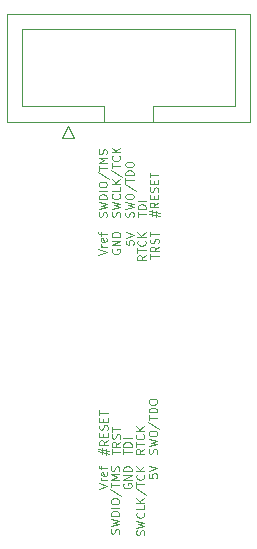
<source format=gbr>
%TF.GenerationSoftware,KiCad,Pcbnew,9.0.2*%
%TF.CreationDate,2026-01-15T08:15:22+01:00*%
%TF.ProjectId,Needle,4e656564-6c65-42e6-9b69-6361645f7063,rev?*%
%TF.SameCoordinates,Original*%
%TF.FileFunction,Legend,Top*%
%TF.FilePolarity,Positive*%
%FSLAX46Y46*%
G04 Gerber Fmt 4.6, Leading zero omitted, Abs format (unit mm)*
G04 Created by KiCad (PCBNEW 9.0.2) date 2026-01-15 08:15:22*
%MOMM*%
%LPD*%
G01*
G04 APERTURE LIST*
%ADD10C,0.125000*%
%ADD11C,0.120000*%
G04 APERTURE END LIST*
D10*
X138747833Y-83187764D02*
X138747833Y-83521097D01*
X138747833Y-83521097D02*
X139081166Y-83554430D01*
X139081166Y-83554430D02*
X139047833Y-83521097D01*
X139047833Y-83521097D02*
X139014500Y-83454430D01*
X139014500Y-83454430D02*
X139014500Y-83287764D01*
X139014500Y-83287764D02*
X139047833Y-83221097D01*
X139047833Y-83221097D02*
X139081166Y-83187764D01*
X139081166Y-83187764D02*
X139147833Y-83154430D01*
X139147833Y-83154430D02*
X139314500Y-83154430D01*
X139314500Y-83154430D02*
X139381166Y-83187764D01*
X139381166Y-83187764D02*
X139414500Y-83221097D01*
X139414500Y-83221097D02*
X139447833Y-83287764D01*
X139447833Y-83287764D02*
X139447833Y-83454430D01*
X139447833Y-83454430D02*
X139414500Y-83521097D01*
X139414500Y-83521097D02*
X139381166Y-83554430D01*
X138747833Y-82954430D02*
X139447833Y-82721097D01*
X139447833Y-82721097D02*
X138747833Y-82487763D01*
X137424500Y-61404430D02*
X137457833Y-61304430D01*
X137457833Y-61304430D02*
X137457833Y-61137764D01*
X137457833Y-61137764D02*
X137424500Y-61071097D01*
X137424500Y-61071097D02*
X137391166Y-61037764D01*
X137391166Y-61037764D02*
X137324500Y-61004430D01*
X137324500Y-61004430D02*
X137257833Y-61004430D01*
X137257833Y-61004430D02*
X137191166Y-61037764D01*
X137191166Y-61037764D02*
X137157833Y-61071097D01*
X137157833Y-61071097D02*
X137124500Y-61137764D01*
X137124500Y-61137764D02*
X137091166Y-61271097D01*
X137091166Y-61271097D02*
X137057833Y-61337764D01*
X137057833Y-61337764D02*
X137024500Y-61371097D01*
X137024500Y-61371097D02*
X136957833Y-61404430D01*
X136957833Y-61404430D02*
X136891166Y-61404430D01*
X136891166Y-61404430D02*
X136824500Y-61371097D01*
X136824500Y-61371097D02*
X136791166Y-61337764D01*
X136791166Y-61337764D02*
X136757833Y-61271097D01*
X136757833Y-61271097D02*
X136757833Y-61104430D01*
X136757833Y-61104430D02*
X136791166Y-61004430D01*
X136757833Y-60771097D02*
X137457833Y-60604430D01*
X137457833Y-60604430D02*
X136957833Y-60471097D01*
X136957833Y-60471097D02*
X137457833Y-60337763D01*
X137457833Y-60337763D02*
X136757833Y-60171097D01*
X136757833Y-59771097D02*
X136757833Y-59637763D01*
X136757833Y-59637763D02*
X136791166Y-59571097D01*
X136791166Y-59571097D02*
X136857833Y-59504430D01*
X136857833Y-59504430D02*
X136991166Y-59471097D01*
X136991166Y-59471097D02*
X137224500Y-59471097D01*
X137224500Y-59471097D02*
X137357833Y-59504430D01*
X137357833Y-59504430D02*
X137424500Y-59571097D01*
X137424500Y-59571097D02*
X137457833Y-59637763D01*
X137457833Y-59637763D02*
X137457833Y-59771097D01*
X137457833Y-59771097D02*
X137424500Y-59837763D01*
X137424500Y-59837763D02*
X137357833Y-59904430D01*
X137357833Y-59904430D02*
X137224500Y-59937763D01*
X137224500Y-59937763D02*
X136991166Y-59937763D01*
X136991166Y-59937763D02*
X136857833Y-59904430D01*
X136857833Y-59904430D02*
X136791166Y-59837763D01*
X136791166Y-59837763D02*
X136757833Y-59771097D01*
X136724500Y-58671097D02*
X137624500Y-59271097D01*
X136757833Y-58537764D02*
X136757833Y-58137764D01*
X137457833Y-58337764D02*
X136757833Y-58337764D01*
X137457833Y-57904431D02*
X136757833Y-57904431D01*
X136757833Y-57904431D02*
X136757833Y-57737764D01*
X136757833Y-57737764D02*
X136791166Y-57637764D01*
X136791166Y-57637764D02*
X136857833Y-57571098D01*
X136857833Y-57571098D02*
X136924500Y-57537764D01*
X136924500Y-57537764D02*
X137057833Y-57504431D01*
X137057833Y-57504431D02*
X137157833Y-57504431D01*
X137157833Y-57504431D02*
X137291166Y-57537764D01*
X137291166Y-57537764D02*
X137357833Y-57571098D01*
X137357833Y-57571098D02*
X137424500Y-57637764D01*
X137424500Y-57637764D02*
X137457833Y-57737764D01*
X137457833Y-57737764D02*
X137457833Y-57904431D01*
X136757833Y-57071098D02*
X136757833Y-56937764D01*
X136757833Y-56937764D02*
X136791166Y-56871098D01*
X136791166Y-56871098D02*
X136857833Y-56804431D01*
X136857833Y-56804431D02*
X136991166Y-56771098D01*
X136991166Y-56771098D02*
X137224500Y-56771098D01*
X137224500Y-56771098D02*
X137357833Y-56804431D01*
X137357833Y-56804431D02*
X137424500Y-56871098D01*
X137424500Y-56871098D02*
X137457833Y-56937764D01*
X137457833Y-56937764D02*
X137457833Y-57071098D01*
X137457833Y-57071098D02*
X137424500Y-57137764D01*
X137424500Y-57137764D02*
X137357833Y-57204431D01*
X137357833Y-57204431D02*
X137224500Y-57237764D01*
X137224500Y-57237764D02*
X136991166Y-57237764D01*
X136991166Y-57237764D02*
X136857833Y-57204431D01*
X136857833Y-57204431D02*
X136791166Y-57137764D01*
X136791166Y-57137764D02*
X136757833Y-57071098D01*
X135641166Y-64174430D02*
X135607833Y-64241097D01*
X135607833Y-64241097D02*
X135607833Y-64341097D01*
X135607833Y-64341097D02*
X135641166Y-64441097D01*
X135641166Y-64441097D02*
X135707833Y-64507764D01*
X135707833Y-64507764D02*
X135774500Y-64541097D01*
X135774500Y-64541097D02*
X135907833Y-64574430D01*
X135907833Y-64574430D02*
X136007833Y-64574430D01*
X136007833Y-64574430D02*
X136141166Y-64541097D01*
X136141166Y-64541097D02*
X136207833Y-64507764D01*
X136207833Y-64507764D02*
X136274500Y-64441097D01*
X136274500Y-64441097D02*
X136307833Y-64341097D01*
X136307833Y-64341097D02*
X136307833Y-64274430D01*
X136307833Y-64274430D02*
X136274500Y-64174430D01*
X136274500Y-64174430D02*
X136241166Y-64141097D01*
X136241166Y-64141097D02*
X136007833Y-64141097D01*
X136007833Y-64141097D02*
X136007833Y-64274430D01*
X136307833Y-63841097D02*
X135607833Y-63841097D01*
X135607833Y-63841097D02*
X136307833Y-63441097D01*
X136307833Y-63441097D02*
X135607833Y-63441097D01*
X136307833Y-63107764D02*
X135607833Y-63107764D01*
X135607833Y-63107764D02*
X135607833Y-62941097D01*
X135607833Y-62941097D02*
X135641166Y-62841097D01*
X135641166Y-62841097D02*
X135707833Y-62774431D01*
X135707833Y-62774431D02*
X135774500Y-62741097D01*
X135774500Y-62741097D02*
X135907833Y-62707764D01*
X135907833Y-62707764D02*
X136007833Y-62707764D01*
X136007833Y-62707764D02*
X136141166Y-62741097D01*
X136141166Y-62741097D02*
X136207833Y-62774431D01*
X136207833Y-62774431D02*
X136274500Y-62841097D01*
X136274500Y-62841097D02*
X136307833Y-62941097D01*
X136307833Y-62941097D02*
X136307833Y-63107764D01*
X134467833Y-64651097D02*
X135167833Y-64417764D01*
X135167833Y-64417764D02*
X134467833Y-64184430D01*
X135167833Y-63951097D02*
X134701166Y-63951097D01*
X134834500Y-63951097D02*
X134767833Y-63917764D01*
X134767833Y-63917764D02*
X134734500Y-63884430D01*
X134734500Y-63884430D02*
X134701166Y-63817764D01*
X134701166Y-63817764D02*
X134701166Y-63751097D01*
X135134500Y-63251097D02*
X135167833Y-63317764D01*
X135167833Y-63317764D02*
X135167833Y-63451097D01*
X135167833Y-63451097D02*
X135134500Y-63517764D01*
X135134500Y-63517764D02*
X135067833Y-63551097D01*
X135067833Y-63551097D02*
X134801166Y-63551097D01*
X134801166Y-63551097D02*
X134734500Y-63517764D01*
X134734500Y-63517764D02*
X134701166Y-63451097D01*
X134701166Y-63451097D02*
X134701166Y-63317764D01*
X134701166Y-63317764D02*
X134734500Y-63251097D01*
X134734500Y-63251097D02*
X134801166Y-63217764D01*
X134801166Y-63217764D02*
X134867833Y-63217764D01*
X134867833Y-63217764D02*
X134934500Y-63551097D01*
X134701166Y-63017764D02*
X134701166Y-62751097D01*
X135167833Y-62917764D02*
X134567833Y-62917764D01*
X134567833Y-62917764D02*
X134501166Y-62884431D01*
X134501166Y-62884431D02*
X134467833Y-62817764D01*
X134467833Y-62817764D02*
X134467833Y-62751097D01*
X138334500Y-88384430D02*
X138367833Y-88284430D01*
X138367833Y-88284430D02*
X138367833Y-88117764D01*
X138367833Y-88117764D02*
X138334500Y-88051097D01*
X138334500Y-88051097D02*
X138301166Y-88017764D01*
X138301166Y-88017764D02*
X138234500Y-87984430D01*
X138234500Y-87984430D02*
X138167833Y-87984430D01*
X138167833Y-87984430D02*
X138101166Y-88017764D01*
X138101166Y-88017764D02*
X138067833Y-88051097D01*
X138067833Y-88051097D02*
X138034500Y-88117764D01*
X138034500Y-88117764D02*
X138001166Y-88251097D01*
X138001166Y-88251097D02*
X137967833Y-88317764D01*
X137967833Y-88317764D02*
X137934500Y-88351097D01*
X137934500Y-88351097D02*
X137867833Y-88384430D01*
X137867833Y-88384430D02*
X137801166Y-88384430D01*
X137801166Y-88384430D02*
X137734500Y-88351097D01*
X137734500Y-88351097D02*
X137701166Y-88317764D01*
X137701166Y-88317764D02*
X137667833Y-88251097D01*
X137667833Y-88251097D02*
X137667833Y-88084430D01*
X137667833Y-88084430D02*
X137701166Y-87984430D01*
X137667833Y-87751097D02*
X138367833Y-87584430D01*
X138367833Y-87584430D02*
X137867833Y-87451097D01*
X137867833Y-87451097D02*
X138367833Y-87317763D01*
X138367833Y-87317763D02*
X137667833Y-87151097D01*
X138301166Y-86484430D02*
X138334500Y-86517763D01*
X138334500Y-86517763D02*
X138367833Y-86617763D01*
X138367833Y-86617763D02*
X138367833Y-86684430D01*
X138367833Y-86684430D02*
X138334500Y-86784430D01*
X138334500Y-86784430D02*
X138267833Y-86851097D01*
X138267833Y-86851097D02*
X138201166Y-86884430D01*
X138201166Y-86884430D02*
X138067833Y-86917763D01*
X138067833Y-86917763D02*
X137967833Y-86917763D01*
X137967833Y-86917763D02*
X137834500Y-86884430D01*
X137834500Y-86884430D02*
X137767833Y-86851097D01*
X137767833Y-86851097D02*
X137701166Y-86784430D01*
X137701166Y-86784430D02*
X137667833Y-86684430D01*
X137667833Y-86684430D02*
X137667833Y-86617763D01*
X137667833Y-86617763D02*
X137701166Y-86517763D01*
X137701166Y-86517763D02*
X137734500Y-86484430D01*
X138367833Y-85851097D02*
X138367833Y-86184430D01*
X138367833Y-86184430D02*
X137667833Y-86184430D01*
X138367833Y-85617763D02*
X137667833Y-85617763D01*
X138367833Y-85217763D02*
X137967833Y-85517763D01*
X137667833Y-85217763D02*
X138067833Y-85617763D01*
X137634500Y-84417763D02*
X138534500Y-85017763D01*
X137667833Y-84284430D02*
X137667833Y-83884430D01*
X138367833Y-84084430D02*
X137667833Y-84084430D01*
X138301166Y-83251097D02*
X138334500Y-83284430D01*
X138334500Y-83284430D02*
X138367833Y-83384430D01*
X138367833Y-83384430D02*
X138367833Y-83451097D01*
X138367833Y-83451097D02*
X138334500Y-83551097D01*
X138334500Y-83551097D02*
X138267833Y-83617764D01*
X138267833Y-83617764D02*
X138201166Y-83651097D01*
X138201166Y-83651097D02*
X138067833Y-83684430D01*
X138067833Y-83684430D02*
X137967833Y-83684430D01*
X137967833Y-83684430D02*
X137834500Y-83651097D01*
X137834500Y-83651097D02*
X137767833Y-83617764D01*
X137767833Y-83617764D02*
X137701166Y-83551097D01*
X137701166Y-83551097D02*
X137667833Y-83451097D01*
X137667833Y-83451097D02*
X137667833Y-83384430D01*
X137667833Y-83384430D02*
X137701166Y-83284430D01*
X137701166Y-83284430D02*
X137734500Y-83251097D01*
X138367833Y-82951097D02*
X137667833Y-82951097D01*
X138367833Y-82551097D02*
X137967833Y-82851097D01*
X137667833Y-82551097D02*
X138067833Y-82951097D01*
X138337833Y-81081097D02*
X138004500Y-81314430D01*
X138337833Y-81481097D02*
X137637833Y-81481097D01*
X137637833Y-81481097D02*
X137637833Y-81214430D01*
X137637833Y-81214430D02*
X137671166Y-81147764D01*
X137671166Y-81147764D02*
X137704500Y-81114430D01*
X137704500Y-81114430D02*
X137771166Y-81081097D01*
X137771166Y-81081097D02*
X137871166Y-81081097D01*
X137871166Y-81081097D02*
X137937833Y-81114430D01*
X137937833Y-81114430D02*
X137971166Y-81147764D01*
X137971166Y-81147764D02*
X138004500Y-81214430D01*
X138004500Y-81214430D02*
X138004500Y-81481097D01*
X137637833Y-80881097D02*
X137637833Y-80481097D01*
X138337833Y-80681097D02*
X137637833Y-80681097D01*
X138271166Y-79847764D02*
X138304500Y-79881097D01*
X138304500Y-79881097D02*
X138337833Y-79981097D01*
X138337833Y-79981097D02*
X138337833Y-80047764D01*
X138337833Y-80047764D02*
X138304500Y-80147764D01*
X138304500Y-80147764D02*
X138237833Y-80214431D01*
X138237833Y-80214431D02*
X138171166Y-80247764D01*
X138171166Y-80247764D02*
X138037833Y-80281097D01*
X138037833Y-80281097D02*
X137937833Y-80281097D01*
X137937833Y-80281097D02*
X137804500Y-80247764D01*
X137804500Y-80247764D02*
X137737833Y-80214431D01*
X137737833Y-80214431D02*
X137671166Y-80147764D01*
X137671166Y-80147764D02*
X137637833Y-80047764D01*
X137637833Y-80047764D02*
X137637833Y-79981097D01*
X137637833Y-79981097D02*
X137671166Y-79881097D01*
X137671166Y-79881097D02*
X137704500Y-79847764D01*
X138337833Y-79547764D02*
X137637833Y-79547764D01*
X138337833Y-79147764D02*
X137937833Y-79447764D01*
X137637833Y-79147764D02*
X138037833Y-79547764D01*
X138477833Y-64681097D02*
X138144500Y-64914430D01*
X138477833Y-65081097D02*
X137777833Y-65081097D01*
X137777833Y-65081097D02*
X137777833Y-64814430D01*
X137777833Y-64814430D02*
X137811166Y-64747764D01*
X137811166Y-64747764D02*
X137844500Y-64714430D01*
X137844500Y-64714430D02*
X137911166Y-64681097D01*
X137911166Y-64681097D02*
X138011166Y-64681097D01*
X138011166Y-64681097D02*
X138077833Y-64714430D01*
X138077833Y-64714430D02*
X138111166Y-64747764D01*
X138111166Y-64747764D02*
X138144500Y-64814430D01*
X138144500Y-64814430D02*
X138144500Y-65081097D01*
X137777833Y-64481097D02*
X137777833Y-64081097D01*
X138477833Y-64281097D02*
X137777833Y-64281097D01*
X138411166Y-63447764D02*
X138444500Y-63481097D01*
X138444500Y-63481097D02*
X138477833Y-63581097D01*
X138477833Y-63581097D02*
X138477833Y-63647764D01*
X138477833Y-63647764D02*
X138444500Y-63747764D01*
X138444500Y-63747764D02*
X138377833Y-63814431D01*
X138377833Y-63814431D02*
X138311166Y-63847764D01*
X138311166Y-63847764D02*
X138177833Y-63881097D01*
X138177833Y-63881097D02*
X138077833Y-63881097D01*
X138077833Y-63881097D02*
X137944500Y-63847764D01*
X137944500Y-63847764D02*
X137877833Y-63814431D01*
X137877833Y-63814431D02*
X137811166Y-63747764D01*
X137811166Y-63747764D02*
X137777833Y-63647764D01*
X137777833Y-63647764D02*
X137777833Y-63581097D01*
X137777833Y-63581097D02*
X137811166Y-63481097D01*
X137811166Y-63481097D02*
X137844500Y-63447764D01*
X138477833Y-63147764D02*
X137777833Y-63147764D01*
X138477833Y-62747764D02*
X138077833Y-63047764D01*
X137777833Y-62747764D02*
X138177833Y-63147764D01*
X135154500Y-61424430D02*
X135187833Y-61324430D01*
X135187833Y-61324430D02*
X135187833Y-61157764D01*
X135187833Y-61157764D02*
X135154500Y-61091097D01*
X135154500Y-61091097D02*
X135121166Y-61057764D01*
X135121166Y-61057764D02*
X135054500Y-61024430D01*
X135054500Y-61024430D02*
X134987833Y-61024430D01*
X134987833Y-61024430D02*
X134921166Y-61057764D01*
X134921166Y-61057764D02*
X134887833Y-61091097D01*
X134887833Y-61091097D02*
X134854500Y-61157764D01*
X134854500Y-61157764D02*
X134821166Y-61291097D01*
X134821166Y-61291097D02*
X134787833Y-61357764D01*
X134787833Y-61357764D02*
X134754500Y-61391097D01*
X134754500Y-61391097D02*
X134687833Y-61424430D01*
X134687833Y-61424430D02*
X134621166Y-61424430D01*
X134621166Y-61424430D02*
X134554500Y-61391097D01*
X134554500Y-61391097D02*
X134521166Y-61357764D01*
X134521166Y-61357764D02*
X134487833Y-61291097D01*
X134487833Y-61291097D02*
X134487833Y-61124430D01*
X134487833Y-61124430D02*
X134521166Y-61024430D01*
X134487833Y-60791097D02*
X135187833Y-60624430D01*
X135187833Y-60624430D02*
X134687833Y-60491097D01*
X134687833Y-60491097D02*
X135187833Y-60357763D01*
X135187833Y-60357763D02*
X134487833Y-60191097D01*
X135187833Y-59924430D02*
X134487833Y-59924430D01*
X134487833Y-59924430D02*
X134487833Y-59757763D01*
X134487833Y-59757763D02*
X134521166Y-59657763D01*
X134521166Y-59657763D02*
X134587833Y-59591097D01*
X134587833Y-59591097D02*
X134654500Y-59557763D01*
X134654500Y-59557763D02*
X134787833Y-59524430D01*
X134787833Y-59524430D02*
X134887833Y-59524430D01*
X134887833Y-59524430D02*
X135021166Y-59557763D01*
X135021166Y-59557763D02*
X135087833Y-59591097D01*
X135087833Y-59591097D02*
X135154500Y-59657763D01*
X135154500Y-59657763D02*
X135187833Y-59757763D01*
X135187833Y-59757763D02*
X135187833Y-59924430D01*
X135187833Y-59224430D02*
X134487833Y-59224430D01*
X134487833Y-58757764D02*
X134487833Y-58624430D01*
X134487833Y-58624430D02*
X134521166Y-58557764D01*
X134521166Y-58557764D02*
X134587833Y-58491097D01*
X134587833Y-58491097D02*
X134721166Y-58457764D01*
X134721166Y-58457764D02*
X134954500Y-58457764D01*
X134954500Y-58457764D02*
X135087833Y-58491097D01*
X135087833Y-58491097D02*
X135154500Y-58557764D01*
X135154500Y-58557764D02*
X135187833Y-58624430D01*
X135187833Y-58624430D02*
X135187833Y-58757764D01*
X135187833Y-58757764D02*
X135154500Y-58824430D01*
X135154500Y-58824430D02*
X135087833Y-58891097D01*
X135087833Y-58891097D02*
X134954500Y-58924430D01*
X134954500Y-58924430D02*
X134721166Y-58924430D01*
X134721166Y-58924430D02*
X134587833Y-58891097D01*
X134587833Y-58891097D02*
X134521166Y-58824430D01*
X134521166Y-58824430D02*
X134487833Y-58757764D01*
X134454500Y-57657764D02*
X135354500Y-58257764D01*
X134487833Y-57524431D02*
X134487833Y-57124431D01*
X135187833Y-57324431D02*
X134487833Y-57324431D01*
X135187833Y-56891098D02*
X134487833Y-56891098D01*
X134487833Y-56891098D02*
X134987833Y-56657765D01*
X134987833Y-56657765D02*
X134487833Y-56424431D01*
X134487833Y-56424431D02*
X135187833Y-56424431D01*
X135154500Y-56124431D02*
X135187833Y-56024431D01*
X135187833Y-56024431D02*
X135187833Y-55857765D01*
X135187833Y-55857765D02*
X135154500Y-55791098D01*
X135154500Y-55791098D02*
X135121166Y-55757765D01*
X135121166Y-55757765D02*
X135054500Y-55724431D01*
X135054500Y-55724431D02*
X134987833Y-55724431D01*
X134987833Y-55724431D02*
X134921166Y-55757765D01*
X134921166Y-55757765D02*
X134887833Y-55791098D01*
X134887833Y-55791098D02*
X134854500Y-55857765D01*
X134854500Y-55857765D02*
X134821166Y-55991098D01*
X134821166Y-55991098D02*
X134787833Y-56057765D01*
X134787833Y-56057765D02*
X134754500Y-56091098D01*
X134754500Y-56091098D02*
X134687833Y-56124431D01*
X134687833Y-56124431D02*
X134621166Y-56124431D01*
X134621166Y-56124431D02*
X134554500Y-56091098D01*
X134554500Y-56091098D02*
X134521166Y-56057765D01*
X134521166Y-56057765D02*
X134487833Y-55991098D01*
X134487833Y-55991098D02*
X134487833Y-55824431D01*
X134487833Y-55824431D02*
X134521166Y-55724431D01*
X136767833Y-63437764D02*
X136767833Y-63771097D01*
X136767833Y-63771097D02*
X137101166Y-63804430D01*
X137101166Y-63804430D02*
X137067833Y-63771097D01*
X137067833Y-63771097D02*
X137034500Y-63704430D01*
X137034500Y-63704430D02*
X137034500Y-63537764D01*
X137034500Y-63537764D02*
X137067833Y-63471097D01*
X137067833Y-63471097D02*
X137101166Y-63437764D01*
X137101166Y-63437764D02*
X137167833Y-63404430D01*
X137167833Y-63404430D02*
X137334500Y-63404430D01*
X137334500Y-63404430D02*
X137401166Y-63437764D01*
X137401166Y-63437764D02*
X137434500Y-63471097D01*
X137434500Y-63471097D02*
X137467833Y-63537764D01*
X137467833Y-63537764D02*
X137467833Y-63704430D01*
X137467833Y-63704430D02*
X137434500Y-63771097D01*
X137434500Y-63771097D02*
X137401166Y-63804430D01*
X136767833Y-63204430D02*
X137467833Y-62971097D01*
X137467833Y-62971097D02*
X136767833Y-62737763D01*
X136587833Y-81521097D02*
X136587833Y-81121097D01*
X137287833Y-81321097D02*
X136587833Y-81321097D01*
X137287833Y-80887764D02*
X136587833Y-80887764D01*
X136587833Y-80887764D02*
X136587833Y-80721097D01*
X136587833Y-80721097D02*
X136621166Y-80621097D01*
X136621166Y-80621097D02*
X136687833Y-80554431D01*
X136687833Y-80554431D02*
X136754500Y-80521097D01*
X136754500Y-80521097D02*
X136887833Y-80487764D01*
X136887833Y-80487764D02*
X136987833Y-80487764D01*
X136987833Y-80487764D02*
X137121166Y-80521097D01*
X137121166Y-80521097D02*
X137187833Y-80554431D01*
X137187833Y-80554431D02*
X137254500Y-80621097D01*
X137254500Y-80621097D02*
X137287833Y-80721097D01*
X137287833Y-80721097D02*
X137287833Y-80887764D01*
X137287833Y-80187764D02*
X136587833Y-80187764D01*
X134497833Y-84451097D02*
X135197833Y-84217764D01*
X135197833Y-84217764D02*
X134497833Y-83984430D01*
X135197833Y-83751097D02*
X134731166Y-83751097D01*
X134864500Y-83751097D02*
X134797833Y-83717764D01*
X134797833Y-83717764D02*
X134764500Y-83684430D01*
X134764500Y-83684430D02*
X134731166Y-83617764D01*
X134731166Y-83617764D02*
X134731166Y-83551097D01*
X135164500Y-83051097D02*
X135197833Y-83117764D01*
X135197833Y-83117764D02*
X135197833Y-83251097D01*
X135197833Y-83251097D02*
X135164500Y-83317764D01*
X135164500Y-83317764D02*
X135097833Y-83351097D01*
X135097833Y-83351097D02*
X134831166Y-83351097D01*
X134831166Y-83351097D02*
X134764500Y-83317764D01*
X134764500Y-83317764D02*
X134731166Y-83251097D01*
X134731166Y-83251097D02*
X134731166Y-83117764D01*
X134731166Y-83117764D02*
X134764500Y-83051097D01*
X134764500Y-83051097D02*
X134831166Y-83017764D01*
X134831166Y-83017764D02*
X134897833Y-83017764D01*
X134897833Y-83017764D02*
X134964500Y-83351097D01*
X134731166Y-82817764D02*
X134731166Y-82551097D01*
X135197833Y-82717764D02*
X134597833Y-82717764D01*
X134597833Y-82717764D02*
X134531166Y-82684431D01*
X134531166Y-82684431D02*
X134497833Y-82617764D01*
X134497833Y-82617764D02*
X134497833Y-82551097D01*
X136194500Y-88244430D02*
X136227833Y-88144430D01*
X136227833Y-88144430D02*
X136227833Y-87977764D01*
X136227833Y-87977764D02*
X136194500Y-87911097D01*
X136194500Y-87911097D02*
X136161166Y-87877764D01*
X136161166Y-87877764D02*
X136094500Y-87844430D01*
X136094500Y-87844430D02*
X136027833Y-87844430D01*
X136027833Y-87844430D02*
X135961166Y-87877764D01*
X135961166Y-87877764D02*
X135927833Y-87911097D01*
X135927833Y-87911097D02*
X135894500Y-87977764D01*
X135894500Y-87977764D02*
X135861166Y-88111097D01*
X135861166Y-88111097D02*
X135827833Y-88177764D01*
X135827833Y-88177764D02*
X135794500Y-88211097D01*
X135794500Y-88211097D02*
X135727833Y-88244430D01*
X135727833Y-88244430D02*
X135661166Y-88244430D01*
X135661166Y-88244430D02*
X135594500Y-88211097D01*
X135594500Y-88211097D02*
X135561166Y-88177764D01*
X135561166Y-88177764D02*
X135527833Y-88111097D01*
X135527833Y-88111097D02*
X135527833Y-87944430D01*
X135527833Y-87944430D02*
X135561166Y-87844430D01*
X135527833Y-87611097D02*
X136227833Y-87444430D01*
X136227833Y-87444430D02*
X135727833Y-87311097D01*
X135727833Y-87311097D02*
X136227833Y-87177763D01*
X136227833Y-87177763D02*
X135527833Y-87011097D01*
X136227833Y-86744430D02*
X135527833Y-86744430D01*
X135527833Y-86744430D02*
X135527833Y-86577763D01*
X135527833Y-86577763D02*
X135561166Y-86477763D01*
X135561166Y-86477763D02*
X135627833Y-86411097D01*
X135627833Y-86411097D02*
X135694500Y-86377763D01*
X135694500Y-86377763D02*
X135827833Y-86344430D01*
X135827833Y-86344430D02*
X135927833Y-86344430D01*
X135927833Y-86344430D02*
X136061166Y-86377763D01*
X136061166Y-86377763D02*
X136127833Y-86411097D01*
X136127833Y-86411097D02*
X136194500Y-86477763D01*
X136194500Y-86477763D02*
X136227833Y-86577763D01*
X136227833Y-86577763D02*
X136227833Y-86744430D01*
X136227833Y-86044430D02*
X135527833Y-86044430D01*
X135527833Y-85577764D02*
X135527833Y-85444430D01*
X135527833Y-85444430D02*
X135561166Y-85377764D01*
X135561166Y-85377764D02*
X135627833Y-85311097D01*
X135627833Y-85311097D02*
X135761166Y-85277764D01*
X135761166Y-85277764D02*
X135994500Y-85277764D01*
X135994500Y-85277764D02*
X136127833Y-85311097D01*
X136127833Y-85311097D02*
X136194500Y-85377764D01*
X136194500Y-85377764D02*
X136227833Y-85444430D01*
X136227833Y-85444430D02*
X136227833Y-85577764D01*
X136227833Y-85577764D02*
X136194500Y-85644430D01*
X136194500Y-85644430D02*
X136127833Y-85711097D01*
X136127833Y-85711097D02*
X135994500Y-85744430D01*
X135994500Y-85744430D02*
X135761166Y-85744430D01*
X135761166Y-85744430D02*
X135627833Y-85711097D01*
X135627833Y-85711097D02*
X135561166Y-85644430D01*
X135561166Y-85644430D02*
X135527833Y-85577764D01*
X135494500Y-84477764D02*
X136394500Y-85077764D01*
X135527833Y-84344431D02*
X135527833Y-83944431D01*
X136227833Y-84144431D02*
X135527833Y-84144431D01*
X136227833Y-83711098D02*
X135527833Y-83711098D01*
X135527833Y-83711098D02*
X136027833Y-83477765D01*
X136027833Y-83477765D02*
X135527833Y-83244431D01*
X135527833Y-83244431D02*
X136227833Y-83244431D01*
X136194500Y-82944431D02*
X136227833Y-82844431D01*
X136227833Y-82844431D02*
X136227833Y-82677765D01*
X136227833Y-82677765D02*
X136194500Y-82611098D01*
X136194500Y-82611098D02*
X136161166Y-82577765D01*
X136161166Y-82577765D02*
X136094500Y-82544431D01*
X136094500Y-82544431D02*
X136027833Y-82544431D01*
X136027833Y-82544431D02*
X135961166Y-82577765D01*
X135961166Y-82577765D02*
X135927833Y-82611098D01*
X135927833Y-82611098D02*
X135894500Y-82677765D01*
X135894500Y-82677765D02*
X135861166Y-82811098D01*
X135861166Y-82811098D02*
X135827833Y-82877765D01*
X135827833Y-82877765D02*
X135794500Y-82911098D01*
X135794500Y-82911098D02*
X135727833Y-82944431D01*
X135727833Y-82944431D02*
X135661166Y-82944431D01*
X135661166Y-82944431D02*
X135594500Y-82911098D01*
X135594500Y-82911098D02*
X135561166Y-82877765D01*
X135561166Y-82877765D02*
X135527833Y-82811098D01*
X135527833Y-82811098D02*
X135527833Y-82644431D01*
X135527833Y-82644431D02*
X135561166Y-82544431D01*
X135617833Y-81521097D02*
X135617833Y-81121097D01*
X136317833Y-81321097D02*
X135617833Y-81321097D01*
X136317833Y-80487764D02*
X135984500Y-80721097D01*
X136317833Y-80887764D02*
X135617833Y-80887764D01*
X135617833Y-80887764D02*
X135617833Y-80621097D01*
X135617833Y-80621097D02*
X135651166Y-80554431D01*
X135651166Y-80554431D02*
X135684500Y-80521097D01*
X135684500Y-80521097D02*
X135751166Y-80487764D01*
X135751166Y-80487764D02*
X135851166Y-80487764D01*
X135851166Y-80487764D02*
X135917833Y-80521097D01*
X135917833Y-80521097D02*
X135951166Y-80554431D01*
X135951166Y-80554431D02*
X135984500Y-80621097D01*
X135984500Y-80621097D02*
X135984500Y-80887764D01*
X136284500Y-80221097D02*
X136317833Y-80121097D01*
X136317833Y-80121097D02*
X136317833Y-79954431D01*
X136317833Y-79954431D02*
X136284500Y-79887764D01*
X136284500Y-79887764D02*
X136251166Y-79854431D01*
X136251166Y-79854431D02*
X136184500Y-79821097D01*
X136184500Y-79821097D02*
X136117833Y-79821097D01*
X136117833Y-79821097D02*
X136051166Y-79854431D01*
X136051166Y-79854431D02*
X136017833Y-79887764D01*
X136017833Y-79887764D02*
X135984500Y-79954431D01*
X135984500Y-79954431D02*
X135951166Y-80087764D01*
X135951166Y-80087764D02*
X135917833Y-80154431D01*
X135917833Y-80154431D02*
X135884500Y-80187764D01*
X135884500Y-80187764D02*
X135817833Y-80221097D01*
X135817833Y-80221097D02*
X135751166Y-80221097D01*
X135751166Y-80221097D02*
X135684500Y-80187764D01*
X135684500Y-80187764D02*
X135651166Y-80154431D01*
X135651166Y-80154431D02*
X135617833Y-80087764D01*
X135617833Y-80087764D02*
X135617833Y-79921097D01*
X135617833Y-79921097D02*
X135651166Y-79821097D01*
X135617833Y-79621097D02*
X135617833Y-79221097D01*
X136317833Y-79421097D02*
X135617833Y-79421097D01*
X138867833Y-64981097D02*
X138867833Y-64581097D01*
X139567833Y-64781097D02*
X138867833Y-64781097D01*
X139567833Y-63947764D02*
X139234500Y-64181097D01*
X139567833Y-64347764D02*
X138867833Y-64347764D01*
X138867833Y-64347764D02*
X138867833Y-64081097D01*
X138867833Y-64081097D02*
X138901166Y-64014431D01*
X138901166Y-64014431D02*
X138934500Y-63981097D01*
X138934500Y-63981097D02*
X139001166Y-63947764D01*
X139001166Y-63947764D02*
X139101166Y-63947764D01*
X139101166Y-63947764D02*
X139167833Y-63981097D01*
X139167833Y-63981097D02*
X139201166Y-64014431D01*
X139201166Y-64014431D02*
X139234500Y-64081097D01*
X139234500Y-64081097D02*
X139234500Y-64347764D01*
X139534500Y-63681097D02*
X139567833Y-63581097D01*
X139567833Y-63581097D02*
X139567833Y-63414431D01*
X139567833Y-63414431D02*
X139534500Y-63347764D01*
X139534500Y-63347764D02*
X139501166Y-63314431D01*
X139501166Y-63314431D02*
X139434500Y-63281097D01*
X139434500Y-63281097D02*
X139367833Y-63281097D01*
X139367833Y-63281097D02*
X139301166Y-63314431D01*
X139301166Y-63314431D02*
X139267833Y-63347764D01*
X139267833Y-63347764D02*
X139234500Y-63414431D01*
X139234500Y-63414431D02*
X139201166Y-63547764D01*
X139201166Y-63547764D02*
X139167833Y-63614431D01*
X139167833Y-63614431D02*
X139134500Y-63647764D01*
X139134500Y-63647764D02*
X139067833Y-63681097D01*
X139067833Y-63681097D02*
X139001166Y-63681097D01*
X139001166Y-63681097D02*
X138934500Y-63647764D01*
X138934500Y-63647764D02*
X138901166Y-63614431D01*
X138901166Y-63614431D02*
X138867833Y-63547764D01*
X138867833Y-63547764D02*
X138867833Y-63381097D01*
X138867833Y-63381097D02*
X138901166Y-63281097D01*
X138867833Y-63081097D02*
X138867833Y-62681097D01*
X139567833Y-62881097D02*
X138867833Y-62881097D01*
X136611166Y-84024430D02*
X136577833Y-84091097D01*
X136577833Y-84091097D02*
X136577833Y-84191097D01*
X136577833Y-84191097D02*
X136611166Y-84291097D01*
X136611166Y-84291097D02*
X136677833Y-84357764D01*
X136677833Y-84357764D02*
X136744500Y-84391097D01*
X136744500Y-84391097D02*
X136877833Y-84424430D01*
X136877833Y-84424430D02*
X136977833Y-84424430D01*
X136977833Y-84424430D02*
X137111166Y-84391097D01*
X137111166Y-84391097D02*
X137177833Y-84357764D01*
X137177833Y-84357764D02*
X137244500Y-84291097D01*
X137244500Y-84291097D02*
X137277833Y-84191097D01*
X137277833Y-84191097D02*
X137277833Y-84124430D01*
X137277833Y-84124430D02*
X137244500Y-84024430D01*
X137244500Y-84024430D02*
X137211166Y-83991097D01*
X137211166Y-83991097D02*
X136977833Y-83991097D01*
X136977833Y-83991097D02*
X136977833Y-84124430D01*
X137277833Y-83691097D02*
X136577833Y-83691097D01*
X136577833Y-83691097D02*
X137277833Y-83291097D01*
X137277833Y-83291097D02*
X136577833Y-83291097D01*
X137277833Y-82957764D02*
X136577833Y-82957764D01*
X136577833Y-82957764D02*
X136577833Y-82791097D01*
X136577833Y-82791097D02*
X136611166Y-82691097D01*
X136611166Y-82691097D02*
X136677833Y-82624431D01*
X136677833Y-82624431D02*
X136744500Y-82591097D01*
X136744500Y-82591097D02*
X136877833Y-82557764D01*
X136877833Y-82557764D02*
X136977833Y-82557764D01*
X136977833Y-82557764D02*
X137111166Y-82591097D01*
X137111166Y-82591097D02*
X137177833Y-82624431D01*
X137177833Y-82624431D02*
X137244500Y-82691097D01*
X137244500Y-82691097D02*
X137277833Y-82791097D01*
X137277833Y-82791097D02*
X137277833Y-82957764D01*
X139394500Y-81494430D02*
X139427833Y-81394430D01*
X139427833Y-81394430D02*
X139427833Y-81227764D01*
X139427833Y-81227764D02*
X139394500Y-81161097D01*
X139394500Y-81161097D02*
X139361166Y-81127764D01*
X139361166Y-81127764D02*
X139294500Y-81094430D01*
X139294500Y-81094430D02*
X139227833Y-81094430D01*
X139227833Y-81094430D02*
X139161166Y-81127764D01*
X139161166Y-81127764D02*
X139127833Y-81161097D01*
X139127833Y-81161097D02*
X139094500Y-81227764D01*
X139094500Y-81227764D02*
X139061166Y-81361097D01*
X139061166Y-81361097D02*
X139027833Y-81427764D01*
X139027833Y-81427764D02*
X138994500Y-81461097D01*
X138994500Y-81461097D02*
X138927833Y-81494430D01*
X138927833Y-81494430D02*
X138861166Y-81494430D01*
X138861166Y-81494430D02*
X138794500Y-81461097D01*
X138794500Y-81461097D02*
X138761166Y-81427764D01*
X138761166Y-81427764D02*
X138727833Y-81361097D01*
X138727833Y-81361097D02*
X138727833Y-81194430D01*
X138727833Y-81194430D02*
X138761166Y-81094430D01*
X138727833Y-80861097D02*
X139427833Y-80694430D01*
X139427833Y-80694430D02*
X138927833Y-80561097D01*
X138927833Y-80561097D02*
X139427833Y-80427763D01*
X139427833Y-80427763D02*
X138727833Y-80261097D01*
X138727833Y-79861097D02*
X138727833Y-79727763D01*
X138727833Y-79727763D02*
X138761166Y-79661097D01*
X138761166Y-79661097D02*
X138827833Y-79594430D01*
X138827833Y-79594430D02*
X138961166Y-79561097D01*
X138961166Y-79561097D02*
X139194500Y-79561097D01*
X139194500Y-79561097D02*
X139327833Y-79594430D01*
X139327833Y-79594430D02*
X139394500Y-79661097D01*
X139394500Y-79661097D02*
X139427833Y-79727763D01*
X139427833Y-79727763D02*
X139427833Y-79861097D01*
X139427833Y-79861097D02*
X139394500Y-79927763D01*
X139394500Y-79927763D02*
X139327833Y-79994430D01*
X139327833Y-79994430D02*
X139194500Y-80027763D01*
X139194500Y-80027763D02*
X138961166Y-80027763D01*
X138961166Y-80027763D02*
X138827833Y-79994430D01*
X138827833Y-79994430D02*
X138761166Y-79927763D01*
X138761166Y-79927763D02*
X138727833Y-79861097D01*
X138694500Y-78761097D02*
X139594500Y-79361097D01*
X138727833Y-78627764D02*
X138727833Y-78227764D01*
X139427833Y-78427764D02*
X138727833Y-78427764D01*
X139427833Y-77994431D02*
X138727833Y-77994431D01*
X138727833Y-77994431D02*
X138727833Y-77827764D01*
X138727833Y-77827764D02*
X138761166Y-77727764D01*
X138761166Y-77727764D02*
X138827833Y-77661098D01*
X138827833Y-77661098D02*
X138894500Y-77627764D01*
X138894500Y-77627764D02*
X139027833Y-77594431D01*
X139027833Y-77594431D02*
X139127833Y-77594431D01*
X139127833Y-77594431D02*
X139261166Y-77627764D01*
X139261166Y-77627764D02*
X139327833Y-77661098D01*
X139327833Y-77661098D02*
X139394500Y-77727764D01*
X139394500Y-77727764D02*
X139427833Y-77827764D01*
X139427833Y-77827764D02*
X139427833Y-77994431D01*
X138727833Y-77161098D02*
X138727833Y-77027764D01*
X138727833Y-77027764D02*
X138761166Y-76961098D01*
X138761166Y-76961098D02*
X138827833Y-76894431D01*
X138827833Y-76894431D02*
X138961166Y-76861098D01*
X138961166Y-76861098D02*
X139194500Y-76861098D01*
X139194500Y-76861098D02*
X139327833Y-76894431D01*
X139327833Y-76894431D02*
X139394500Y-76961098D01*
X139394500Y-76961098D02*
X139427833Y-77027764D01*
X139427833Y-77027764D02*
X139427833Y-77161098D01*
X139427833Y-77161098D02*
X139394500Y-77227764D01*
X139394500Y-77227764D02*
X139327833Y-77294431D01*
X139327833Y-77294431D02*
X139194500Y-77327764D01*
X139194500Y-77327764D02*
X138961166Y-77327764D01*
X138961166Y-77327764D02*
X138827833Y-77294431D01*
X138827833Y-77294431D02*
X138761166Y-77227764D01*
X138761166Y-77227764D02*
X138727833Y-77161098D01*
X137787833Y-61411097D02*
X137787833Y-61011097D01*
X138487833Y-61211097D02*
X137787833Y-61211097D01*
X138487833Y-60777764D02*
X137787833Y-60777764D01*
X137787833Y-60777764D02*
X137787833Y-60611097D01*
X137787833Y-60611097D02*
X137821166Y-60511097D01*
X137821166Y-60511097D02*
X137887833Y-60444431D01*
X137887833Y-60444431D02*
X137954500Y-60411097D01*
X137954500Y-60411097D02*
X138087833Y-60377764D01*
X138087833Y-60377764D02*
X138187833Y-60377764D01*
X138187833Y-60377764D02*
X138321166Y-60411097D01*
X138321166Y-60411097D02*
X138387833Y-60444431D01*
X138387833Y-60444431D02*
X138454500Y-60511097D01*
X138454500Y-60511097D02*
X138487833Y-60611097D01*
X138487833Y-60611097D02*
X138487833Y-60777764D01*
X138487833Y-60077764D02*
X137787833Y-60077764D01*
X139051166Y-61364430D02*
X139051166Y-60864430D01*
X138751166Y-61164430D02*
X139651166Y-61364430D01*
X139351166Y-60931097D02*
X139351166Y-61431097D01*
X139651166Y-61131097D02*
X138751166Y-60931097D01*
X139517833Y-60231097D02*
X139184500Y-60464430D01*
X139517833Y-60631097D02*
X138817833Y-60631097D01*
X138817833Y-60631097D02*
X138817833Y-60364430D01*
X138817833Y-60364430D02*
X138851166Y-60297764D01*
X138851166Y-60297764D02*
X138884500Y-60264430D01*
X138884500Y-60264430D02*
X138951166Y-60231097D01*
X138951166Y-60231097D02*
X139051166Y-60231097D01*
X139051166Y-60231097D02*
X139117833Y-60264430D01*
X139117833Y-60264430D02*
X139151166Y-60297764D01*
X139151166Y-60297764D02*
X139184500Y-60364430D01*
X139184500Y-60364430D02*
X139184500Y-60631097D01*
X139151166Y-59931097D02*
X139151166Y-59697764D01*
X139517833Y-59597764D02*
X139517833Y-59931097D01*
X139517833Y-59931097D02*
X138817833Y-59931097D01*
X138817833Y-59931097D02*
X138817833Y-59597764D01*
X139484500Y-59331097D02*
X139517833Y-59231097D01*
X139517833Y-59231097D02*
X139517833Y-59064431D01*
X139517833Y-59064431D02*
X139484500Y-58997764D01*
X139484500Y-58997764D02*
X139451166Y-58964431D01*
X139451166Y-58964431D02*
X139384500Y-58931097D01*
X139384500Y-58931097D02*
X139317833Y-58931097D01*
X139317833Y-58931097D02*
X139251166Y-58964431D01*
X139251166Y-58964431D02*
X139217833Y-58997764D01*
X139217833Y-58997764D02*
X139184500Y-59064431D01*
X139184500Y-59064431D02*
X139151166Y-59197764D01*
X139151166Y-59197764D02*
X139117833Y-59264431D01*
X139117833Y-59264431D02*
X139084500Y-59297764D01*
X139084500Y-59297764D02*
X139017833Y-59331097D01*
X139017833Y-59331097D02*
X138951166Y-59331097D01*
X138951166Y-59331097D02*
X138884500Y-59297764D01*
X138884500Y-59297764D02*
X138851166Y-59264431D01*
X138851166Y-59264431D02*
X138817833Y-59197764D01*
X138817833Y-59197764D02*
X138817833Y-59031097D01*
X138817833Y-59031097D02*
X138851166Y-58931097D01*
X139151166Y-58631097D02*
X139151166Y-58397764D01*
X139517833Y-58297764D02*
X139517833Y-58631097D01*
X139517833Y-58631097D02*
X138817833Y-58631097D01*
X138817833Y-58631097D02*
X138817833Y-58297764D01*
X138817833Y-58097764D02*
X138817833Y-57697764D01*
X139517833Y-57897764D02*
X138817833Y-57897764D01*
X134781166Y-81494430D02*
X134781166Y-80994430D01*
X134481166Y-81294430D02*
X135381166Y-81494430D01*
X135081166Y-81061097D02*
X135081166Y-81561097D01*
X135381166Y-81261097D02*
X134481166Y-81061097D01*
X135247833Y-80361097D02*
X134914500Y-80594430D01*
X135247833Y-80761097D02*
X134547833Y-80761097D01*
X134547833Y-80761097D02*
X134547833Y-80494430D01*
X134547833Y-80494430D02*
X134581166Y-80427764D01*
X134581166Y-80427764D02*
X134614500Y-80394430D01*
X134614500Y-80394430D02*
X134681166Y-80361097D01*
X134681166Y-80361097D02*
X134781166Y-80361097D01*
X134781166Y-80361097D02*
X134847833Y-80394430D01*
X134847833Y-80394430D02*
X134881166Y-80427764D01*
X134881166Y-80427764D02*
X134914500Y-80494430D01*
X134914500Y-80494430D02*
X134914500Y-80761097D01*
X134881166Y-80061097D02*
X134881166Y-79827764D01*
X135247833Y-79727764D02*
X135247833Y-80061097D01*
X135247833Y-80061097D02*
X134547833Y-80061097D01*
X134547833Y-80061097D02*
X134547833Y-79727764D01*
X135214500Y-79461097D02*
X135247833Y-79361097D01*
X135247833Y-79361097D02*
X135247833Y-79194431D01*
X135247833Y-79194431D02*
X135214500Y-79127764D01*
X135214500Y-79127764D02*
X135181166Y-79094431D01*
X135181166Y-79094431D02*
X135114500Y-79061097D01*
X135114500Y-79061097D02*
X135047833Y-79061097D01*
X135047833Y-79061097D02*
X134981166Y-79094431D01*
X134981166Y-79094431D02*
X134947833Y-79127764D01*
X134947833Y-79127764D02*
X134914500Y-79194431D01*
X134914500Y-79194431D02*
X134881166Y-79327764D01*
X134881166Y-79327764D02*
X134847833Y-79394431D01*
X134847833Y-79394431D02*
X134814500Y-79427764D01*
X134814500Y-79427764D02*
X134747833Y-79461097D01*
X134747833Y-79461097D02*
X134681166Y-79461097D01*
X134681166Y-79461097D02*
X134614500Y-79427764D01*
X134614500Y-79427764D02*
X134581166Y-79394431D01*
X134581166Y-79394431D02*
X134547833Y-79327764D01*
X134547833Y-79327764D02*
X134547833Y-79161097D01*
X134547833Y-79161097D02*
X134581166Y-79061097D01*
X134881166Y-78761097D02*
X134881166Y-78527764D01*
X135247833Y-78427764D02*
X135247833Y-78761097D01*
X135247833Y-78761097D02*
X134547833Y-78761097D01*
X134547833Y-78761097D02*
X134547833Y-78427764D01*
X134547833Y-78227764D02*
X134547833Y-77827764D01*
X135247833Y-78027764D02*
X134547833Y-78027764D01*
X136274500Y-61404430D02*
X136307833Y-61304430D01*
X136307833Y-61304430D02*
X136307833Y-61137764D01*
X136307833Y-61137764D02*
X136274500Y-61071097D01*
X136274500Y-61071097D02*
X136241166Y-61037764D01*
X136241166Y-61037764D02*
X136174500Y-61004430D01*
X136174500Y-61004430D02*
X136107833Y-61004430D01*
X136107833Y-61004430D02*
X136041166Y-61037764D01*
X136041166Y-61037764D02*
X136007833Y-61071097D01*
X136007833Y-61071097D02*
X135974500Y-61137764D01*
X135974500Y-61137764D02*
X135941166Y-61271097D01*
X135941166Y-61271097D02*
X135907833Y-61337764D01*
X135907833Y-61337764D02*
X135874500Y-61371097D01*
X135874500Y-61371097D02*
X135807833Y-61404430D01*
X135807833Y-61404430D02*
X135741166Y-61404430D01*
X135741166Y-61404430D02*
X135674500Y-61371097D01*
X135674500Y-61371097D02*
X135641166Y-61337764D01*
X135641166Y-61337764D02*
X135607833Y-61271097D01*
X135607833Y-61271097D02*
X135607833Y-61104430D01*
X135607833Y-61104430D02*
X135641166Y-61004430D01*
X135607833Y-60771097D02*
X136307833Y-60604430D01*
X136307833Y-60604430D02*
X135807833Y-60471097D01*
X135807833Y-60471097D02*
X136307833Y-60337763D01*
X136307833Y-60337763D02*
X135607833Y-60171097D01*
X136241166Y-59504430D02*
X136274500Y-59537763D01*
X136274500Y-59537763D02*
X136307833Y-59637763D01*
X136307833Y-59637763D02*
X136307833Y-59704430D01*
X136307833Y-59704430D02*
X136274500Y-59804430D01*
X136274500Y-59804430D02*
X136207833Y-59871097D01*
X136207833Y-59871097D02*
X136141166Y-59904430D01*
X136141166Y-59904430D02*
X136007833Y-59937763D01*
X136007833Y-59937763D02*
X135907833Y-59937763D01*
X135907833Y-59937763D02*
X135774500Y-59904430D01*
X135774500Y-59904430D02*
X135707833Y-59871097D01*
X135707833Y-59871097D02*
X135641166Y-59804430D01*
X135641166Y-59804430D02*
X135607833Y-59704430D01*
X135607833Y-59704430D02*
X135607833Y-59637763D01*
X135607833Y-59637763D02*
X135641166Y-59537763D01*
X135641166Y-59537763D02*
X135674500Y-59504430D01*
X136307833Y-58871097D02*
X136307833Y-59204430D01*
X136307833Y-59204430D02*
X135607833Y-59204430D01*
X136307833Y-58637763D02*
X135607833Y-58637763D01*
X136307833Y-58237763D02*
X135907833Y-58537763D01*
X135607833Y-58237763D02*
X136007833Y-58637763D01*
X135574500Y-57437763D02*
X136474500Y-58037763D01*
X135607833Y-57304430D02*
X135607833Y-56904430D01*
X136307833Y-57104430D02*
X135607833Y-57104430D01*
X136241166Y-56271097D02*
X136274500Y-56304430D01*
X136274500Y-56304430D02*
X136307833Y-56404430D01*
X136307833Y-56404430D02*
X136307833Y-56471097D01*
X136307833Y-56471097D02*
X136274500Y-56571097D01*
X136274500Y-56571097D02*
X136207833Y-56637764D01*
X136207833Y-56637764D02*
X136141166Y-56671097D01*
X136141166Y-56671097D02*
X136007833Y-56704430D01*
X136007833Y-56704430D02*
X135907833Y-56704430D01*
X135907833Y-56704430D02*
X135774500Y-56671097D01*
X135774500Y-56671097D02*
X135707833Y-56637764D01*
X135707833Y-56637764D02*
X135641166Y-56571097D01*
X135641166Y-56571097D02*
X135607833Y-56471097D01*
X135607833Y-56471097D02*
X135607833Y-56404430D01*
X135607833Y-56404430D02*
X135641166Y-56304430D01*
X135641166Y-56304430D02*
X135674500Y-56271097D01*
X136307833Y-55971097D02*
X135607833Y-55971097D01*
X136307833Y-55571097D02*
X135907833Y-55871097D01*
X135607833Y-55571097D02*
X136007833Y-55971097D01*
D11*
%TO.C,REF\u002A\u002A*%
X126720000Y-44240000D02*
X147300000Y-44240000D01*
X126720000Y-53360000D02*
X126720000Y-44240000D01*
X128020000Y-45550000D02*
X146000000Y-45550000D01*
X128020000Y-52050000D02*
X128020000Y-45550000D01*
X131430000Y-54750000D02*
X132430000Y-54750000D01*
X131930000Y-53750000D02*
X131430000Y-54750000D01*
X132430000Y-54750000D02*
X131930000Y-53750000D01*
X134960000Y-52050000D02*
X128020000Y-52050000D01*
X134960000Y-53360000D02*
X134960000Y-52050000D01*
X139060000Y-52050000D02*
X139060000Y-52050000D01*
X139060000Y-52050000D02*
X139060000Y-53360000D01*
X146000000Y-45550000D02*
X146000000Y-52050000D01*
X146000000Y-52050000D02*
X139060000Y-52050000D01*
X147300000Y-44240000D02*
X147300000Y-53360000D01*
X147300000Y-53360000D02*
X126720000Y-53360000D01*
%TD*%
M02*

</source>
